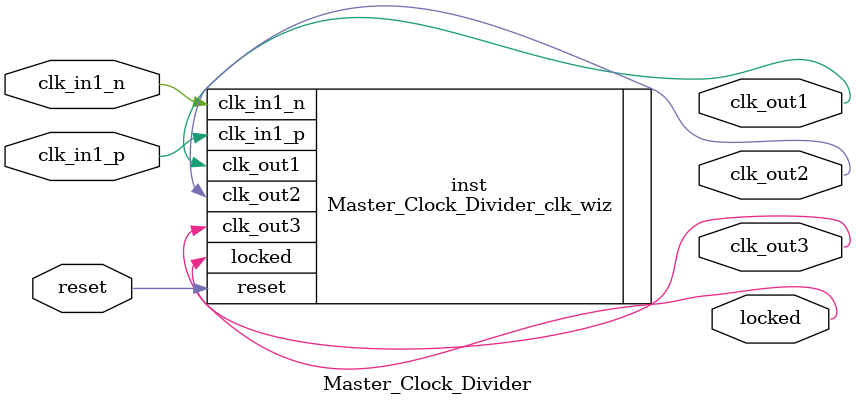
<source format=v>


`timescale 1ps/1ps

(* CORE_GENERATION_INFO = "Master_Clock_Divider,clk_wiz_v5_3_2_0,{component_name=Master_Clock_Divider,use_phase_alignment=true,use_min_o_jitter=false,use_max_i_jitter=false,use_dyn_phase_shift=false,use_inclk_switchover=false,use_dyn_reconfig=false,enable_axi=0,feedback_source=FDBK_AUTO,PRIMITIVE=MMCM,num_out_clk=3,clkin1_period=5.0,clkin2_period=10.0,use_power_down=false,use_reset=true,use_locked=true,use_inclk_stopped=false,feedback_type=SINGLE,CLOCK_MGR_TYPE=NA,manual_override=false}" *)

module Master_Clock_Divider 
 (
  // Clock out ports
  output        clk_out1,
  output        clk_out2,
  output        clk_out3,
  // Status and control signals
  input         reset,
  output        locked,
 // Clock in ports
  input         clk_in1_p,
  input         clk_in1_n
 );

  Master_Clock_Divider_clk_wiz inst
  (
  // Clock out ports  
  .clk_out1(clk_out1),
  .clk_out2(clk_out2),
  .clk_out3(clk_out3),
  // Status and control signals               
  .reset(reset), 
  .locked(locked),
 // Clock in ports
  .clk_in1_p(clk_in1_p),
  .clk_in1_n(clk_in1_n)
  );

endmodule

</source>
